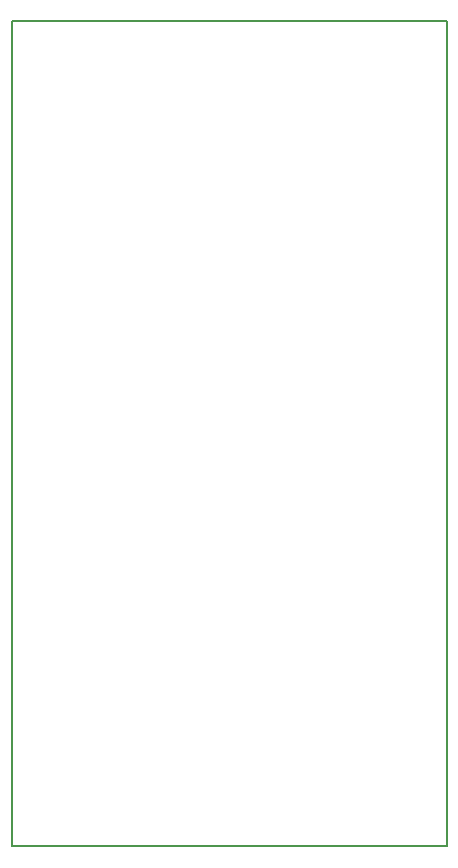
<source format=gm1>
G04 #@! TF.FileFunction,Profile,NP*
%FSLAX46Y46*%
G04 Gerber Fmt 4.6, Leading zero omitted, Abs format (unit mm)*
G04 Created by KiCad (PCBNEW 4.0.3-stable) date Wednesday, 09 '09e' November '09e' 2016 14:17:41*
%MOMM*%
%LPD*%
G01*
G04 APERTURE LIST*
%ADD10C,0.100000*%
%ADD11C,0.150000*%
G04 APERTURE END LIST*
D10*
D11*
X139700000Y-86360000D02*
X139700000Y-156210000D01*
X102870000Y-86360000D02*
X139700000Y-86360000D01*
X102870000Y-156210000D02*
X102870000Y-86360000D01*
X139700000Y-156210000D02*
X102870000Y-156210000D01*
M02*

</source>
